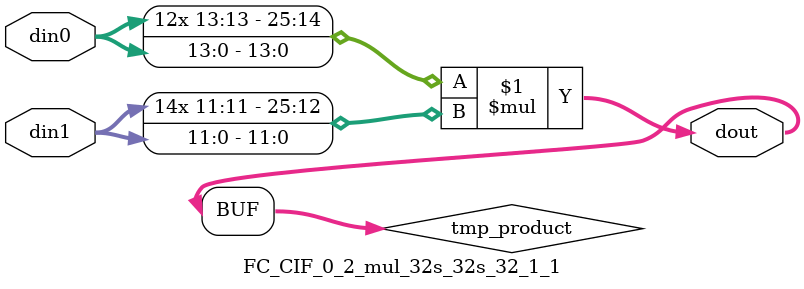
<source format=v>

`timescale 1 ns / 1 ps

  (* use_dsp = "no" *)  module FC_CIF_0_2_mul_32s_32s_32_1_1(din0, din1, dout);
parameter ID = 1;
parameter NUM_STAGE = 0;
parameter din0_WIDTH = 14;
parameter din1_WIDTH = 12;
parameter dout_WIDTH = 26;

input [din0_WIDTH - 1 : 0] din0; 
input [din1_WIDTH - 1 : 0] din1; 
output [dout_WIDTH - 1 : 0] dout;

wire signed [dout_WIDTH - 1 : 0] tmp_product;













assign tmp_product = $signed(din0) * $signed(din1);








assign dout = tmp_product;







endmodule

</source>
